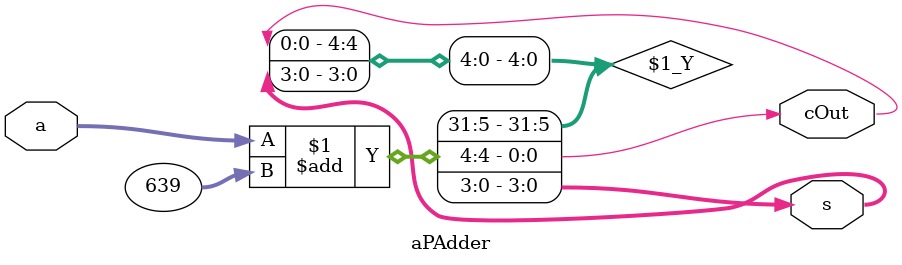
<source format=sv>
module aPAdder #(parameter N = 4, P = 639)
						(input logic [N-1:0] a,
						output logic [N-1:0] s,
						output logic 	cOut);
						
	assign {cOut, s} = a + P;
	
endmodule
</source>
